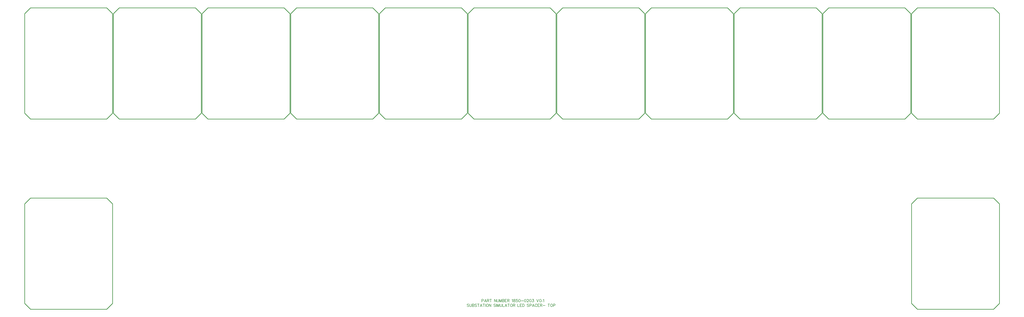
<source format=gto>
G04 Layer: TopSilkscreenLayer*
G04 EasyEDA v6.5.34, 2023-08-21 18:11:39*
G04 b7a531e6b72d43589cadbd4e20ea0607,5a6b42c53f6a479593ecc07194224c93,10*
G04 Gerber Generator version 0.2*
G04 Scale: 100 percent, Rotated: No, Reflected: No *
G04 Dimensions in millimeters *
G04 leading zeros omitted , absolute positions ,4 integer and 5 decimal *
%FSLAX45Y45*%
%MOMM*%

%ADD10C,0.2032*%
%ADD11C,0.2540*%

%LPD*%
D10*
X21374354Y244347D02*
G01*
X21363431Y255270D01*
X21346922Y260857D01*
X21325077Y260857D01*
X21308822Y255270D01*
X21297900Y244347D01*
X21297900Y233426D01*
X21303234Y222504D01*
X21308822Y217170D01*
X21319743Y211581D01*
X21352509Y200913D01*
X21363431Y195326D01*
X21368766Y189992D01*
X21374354Y179070D01*
X21374354Y162560D01*
X21363431Y151637D01*
X21346922Y146304D01*
X21325077Y146304D01*
X21308822Y151637D01*
X21297900Y162560D01*
X21410168Y260857D02*
G01*
X21410168Y179070D01*
X21415756Y162560D01*
X21426677Y151637D01*
X21442934Y146304D01*
X21453856Y146304D01*
X21470366Y151637D01*
X21481288Y162560D01*
X21486622Y179070D01*
X21486622Y260857D01*
X21522690Y260857D02*
G01*
X21522690Y146304D01*
X21522690Y260857D02*
G01*
X21571711Y260857D01*
X21587968Y255270D01*
X21593556Y249936D01*
X21598890Y239013D01*
X21598890Y228092D01*
X21593556Y217170D01*
X21587968Y211581D01*
X21571711Y206247D01*
X21522690Y206247D02*
G01*
X21571711Y206247D01*
X21587968Y200913D01*
X21593556Y195326D01*
X21598890Y184404D01*
X21598890Y168147D01*
X21593556Y157226D01*
X21587968Y151637D01*
X21571711Y146304D01*
X21522690Y146304D01*
X21711411Y244347D02*
G01*
X21700490Y255270D01*
X21683979Y260857D01*
X21662136Y260857D01*
X21645879Y255270D01*
X21634958Y244347D01*
X21634958Y233426D01*
X21640545Y222504D01*
X21645879Y217170D01*
X21656802Y211581D01*
X21689568Y200913D01*
X21700490Y195326D01*
X21705824Y189992D01*
X21711411Y179070D01*
X21711411Y162560D01*
X21700490Y151637D01*
X21683979Y146304D01*
X21662136Y146304D01*
X21645879Y151637D01*
X21634958Y162560D01*
X21785579Y260857D02*
G01*
X21785579Y146304D01*
X21747479Y260857D02*
G01*
X21823679Y260857D01*
X21903436Y260857D02*
G01*
X21859748Y146304D01*
X21903436Y260857D02*
G01*
X21946870Y146304D01*
X21876004Y184404D02*
G01*
X21930613Y184404D01*
X22021291Y260857D02*
G01*
X22021291Y146304D01*
X21982938Y260857D02*
G01*
X22059391Y260857D01*
X22095459Y260857D02*
G01*
X22095459Y146304D01*
X22164040Y260857D02*
G01*
X22153118Y255270D01*
X22142195Y244347D01*
X22136861Y233426D01*
X22131274Y217170D01*
X22131274Y189992D01*
X22136861Y173481D01*
X22142195Y162560D01*
X22153118Y151637D01*
X22164040Y146304D01*
X22185884Y146304D01*
X22196806Y151637D01*
X22207727Y162560D01*
X22213061Y173481D01*
X22218650Y189992D01*
X22218650Y217170D01*
X22213061Y233426D01*
X22207727Y244347D01*
X22196806Y255270D01*
X22185884Y260857D01*
X22164040Y260857D01*
X22254718Y260857D02*
G01*
X22254718Y146304D01*
X22254718Y260857D02*
G01*
X22330918Y146304D01*
X22330918Y260857D02*
G01*
X22330918Y146304D01*
X22527259Y244347D02*
G01*
X22516338Y255270D01*
X22500081Y260857D01*
X22478238Y260857D01*
X22461981Y255270D01*
X22451059Y244347D01*
X22451059Y233426D01*
X22456393Y222504D01*
X22461981Y217170D01*
X22472904Y211581D01*
X22505416Y200913D01*
X22516338Y195326D01*
X22521925Y189992D01*
X22527259Y179070D01*
X22527259Y162560D01*
X22516338Y151637D01*
X22500081Y146304D01*
X22478238Y146304D01*
X22461981Y151637D01*
X22451059Y162560D01*
X22563327Y260857D02*
G01*
X22563327Y146304D01*
X22599395Y260857D02*
G01*
X22599395Y146304D01*
X22599395Y260857D02*
G01*
X22643084Y146304D01*
X22686518Y260857D02*
G01*
X22643084Y146304D01*
X22686518Y260857D02*
G01*
X22686518Y146304D01*
X22722586Y260857D02*
G01*
X22722586Y179070D01*
X22728174Y162560D01*
X22739095Y151637D01*
X22755352Y146304D01*
X22766274Y146304D01*
X22782529Y151637D01*
X22793452Y162560D01*
X22799040Y179070D01*
X22799040Y260857D01*
X22835108Y260857D02*
G01*
X22835108Y146304D01*
X22835108Y146304D02*
G01*
X22900386Y146304D01*
X22980141Y260857D02*
G01*
X22936454Y146304D01*
X22980141Y260857D02*
G01*
X23023829Y146304D01*
X22952709Y184404D02*
G01*
X23007320Y184404D01*
X23097998Y260857D02*
G01*
X23097998Y146304D01*
X23059643Y260857D02*
G01*
X23136098Y260857D01*
X23204931Y260857D02*
G01*
X23194009Y255270D01*
X23183088Y244347D01*
X23177500Y233426D01*
X23172166Y217170D01*
X23172166Y189992D01*
X23177500Y173481D01*
X23183088Y162560D01*
X23194009Y151637D01*
X23204931Y146304D01*
X23226522Y146304D01*
X23237443Y151637D01*
X23248366Y162560D01*
X23253954Y173481D01*
X23259288Y189992D01*
X23259288Y217170D01*
X23253954Y233426D01*
X23248366Y244347D01*
X23237443Y255270D01*
X23226522Y260857D01*
X23204931Y260857D01*
X23295356Y260857D02*
G01*
X23295356Y146304D01*
X23295356Y260857D02*
G01*
X23344377Y260857D01*
X23360888Y255270D01*
X23366222Y249936D01*
X23371809Y239013D01*
X23371809Y228092D01*
X23366222Y217170D01*
X23360888Y211581D01*
X23344377Y206247D01*
X23295356Y206247D01*
X23333456Y206247D02*
G01*
X23371809Y146304D01*
X23491698Y260857D02*
G01*
X23491698Y146304D01*
X23491698Y146304D02*
G01*
X23557229Y146304D01*
X23593043Y260857D02*
G01*
X23593043Y146304D01*
X23593043Y260857D02*
G01*
X23664163Y260857D01*
X23593043Y206247D02*
G01*
X23636731Y206247D01*
X23593043Y146304D02*
G01*
X23664163Y146304D01*
X23699977Y260857D02*
G01*
X23699977Y146304D01*
X23699977Y260857D02*
G01*
X23738331Y260857D01*
X23754588Y255270D01*
X23765509Y244347D01*
X23771098Y233426D01*
X23776431Y217170D01*
X23776431Y189992D01*
X23771098Y173481D01*
X23765509Y162560D01*
X23754588Y151637D01*
X23738331Y146304D01*
X23699977Y146304D01*
X23972774Y244347D02*
G01*
X23961852Y255270D01*
X23945595Y260857D01*
X23923752Y260857D01*
X23907241Y255270D01*
X23896320Y244347D01*
X23896320Y233426D01*
X23901908Y222504D01*
X23907241Y217170D01*
X23918163Y211581D01*
X23950929Y200913D01*
X23961852Y195326D01*
X23967440Y189992D01*
X23972774Y179070D01*
X23972774Y162560D01*
X23961852Y151637D01*
X23945595Y146304D01*
X23923752Y146304D01*
X23907241Y151637D01*
X23896320Y162560D01*
X24008841Y260857D02*
G01*
X24008841Y146304D01*
X24008841Y260857D02*
G01*
X24057863Y260857D01*
X24074374Y255270D01*
X24079708Y249936D01*
X24085041Y239013D01*
X24085041Y222504D01*
X24079708Y211581D01*
X24074374Y206247D01*
X24057863Y200913D01*
X24008841Y200913D01*
X24164798Y260857D02*
G01*
X24121109Y146304D01*
X24164798Y260857D02*
G01*
X24208486Y146304D01*
X24137620Y184404D02*
G01*
X24191975Y184404D01*
X24326341Y233426D02*
G01*
X24320754Y244347D01*
X24309831Y255270D01*
X24298909Y260857D01*
X24277066Y260857D01*
X24266143Y255270D01*
X24255222Y244347D01*
X24249888Y233426D01*
X24244554Y217170D01*
X24244554Y189992D01*
X24249888Y173481D01*
X24255222Y162560D01*
X24266143Y151637D01*
X24277066Y146304D01*
X24298909Y146304D01*
X24309831Y151637D01*
X24320754Y162560D01*
X24326341Y173481D01*
X24362156Y260857D02*
G01*
X24362156Y146304D01*
X24362156Y260857D02*
G01*
X24433275Y260857D01*
X24362156Y206247D02*
G01*
X24405843Y206247D01*
X24362156Y146304D02*
G01*
X24433275Y146304D01*
X24469090Y260857D02*
G01*
X24469090Y146304D01*
X24469090Y260857D02*
G01*
X24518366Y260857D01*
X24534622Y255270D01*
X24539956Y249936D01*
X24545543Y239013D01*
X24545543Y228092D01*
X24539956Y217170D01*
X24534622Y211581D01*
X24518366Y206247D01*
X24469090Y206247D01*
X24507443Y206247D02*
G01*
X24545543Y146304D01*
X24581611Y195326D02*
G01*
X24679656Y195326D01*
X24837898Y260857D02*
G01*
X24837898Y146304D01*
X24799798Y260857D02*
G01*
X24875998Y260857D01*
X24944831Y260857D02*
G01*
X24933909Y255270D01*
X24922988Y244347D01*
X24917654Y233426D01*
X24912066Y217170D01*
X24912066Y189992D01*
X24917654Y173481D01*
X24922988Y162560D01*
X24933909Y151637D01*
X24944831Y146304D01*
X24966675Y146304D01*
X24977598Y151637D01*
X24988520Y162560D01*
X24993854Y173481D01*
X24999441Y189992D01*
X24999441Y217170D01*
X24993854Y233426D01*
X24988520Y244347D01*
X24977598Y255270D01*
X24966675Y260857D01*
X24944831Y260857D01*
X25035256Y260857D02*
G01*
X25035256Y146304D01*
X25035256Y260857D02*
G01*
X25084531Y260857D01*
X25100788Y255270D01*
X25106375Y249936D01*
X25111709Y239013D01*
X25111709Y222504D01*
X25106375Y211581D01*
X25100788Y206247D01*
X25084531Y200913D01*
X25035256Y200913D01*
X21932900Y464057D02*
G01*
X21932900Y349504D01*
X21932900Y464057D02*
G01*
X21981922Y464057D01*
X21998431Y458470D01*
X22003766Y453136D01*
X22009354Y442213D01*
X22009354Y425704D01*
X22003766Y414781D01*
X21998431Y409447D01*
X21981922Y404113D01*
X21932900Y404113D01*
X22088856Y464057D02*
G01*
X22045168Y349504D01*
X22088856Y464057D02*
G01*
X22132543Y349504D01*
X22061677Y387604D02*
G01*
X22116288Y387604D01*
X22168611Y464057D02*
G01*
X22168611Y349504D01*
X22168611Y464057D02*
G01*
X22217634Y464057D01*
X22233890Y458470D01*
X22239477Y453136D01*
X22244811Y442213D01*
X22244811Y431292D01*
X22239477Y420370D01*
X22233890Y414781D01*
X22217634Y409447D01*
X22168611Y409447D01*
X22206711Y409447D02*
G01*
X22244811Y349504D01*
X22318979Y464057D02*
G01*
X22318979Y349504D01*
X22280879Y464057D02*
G01*
X22357334Y464057D01*
X22477222Y464057D02*
G01*
X22477222Y349504D01*
X22477222Y464057D02*
G01*
X22553675Y349504D01*
X22553675Y464057D02*
G01*
X22553675Y349504D01*
X22589743Y464057D02*
G01*
X22589743Y382270D01*
X22595077Y365760D01*
X22606000Y354837D01*
X22622256Y349504D01*
X22633177Y349504D01*
X22649688Y354837D01*
X22660609Y365760D01*
X22665943Y382270D01*
X22665943Y464057D01*
X22702011Y464057D02*
G01*
X22702011Y349504D01*
X22702011Y464057D02*
G01*
X22745700Y349504D01*
X22789388Y464057D02*
G01*
X22745700Y349504D01*
X22789388Y464057D02*
G01*
X22789388Y349504D01*
X22825202Y464057D02*
G01*
X22825202Y349504D01*
X22825202Y464057D02*
G01*
X22874477Y464057D01*
X22890734Y458470D01*
X22896068Y453136D01*
X22901656Y442213D01*
X22901656Y431292D01*
X22896068Y420370D01*
X22890734Y414781D01*
X22874477Y409447D01*
X22825202Y409447D02*
G01*
X22874477Y409447D01*
X22890734Y404113D01*
X22896068Y398526D01*
X22901656Y387604D01*
X22901656Y371347D01*
X22896068Y360426D01*
X22890734Y354837D01*
X22874477Y349504D01*
X22825202Y349504D01*
X22937724Y464057D02*
G01*
X22937724Y349504D01*
X22937724Y464057D02*
G01*
X23008590Y464057D01*
X22937724Y409447D02*
G01*
X22981158Y409447D01*
X22937724Y349504D02*
G01*
X23008590Y349504D01*
X23044658Y464057D02*
G01*
X23044658Y349504D01*
X23044658Y464057D02*
G01*
X23093679Y464057D01*
X23109936Y458470D01*
X23115524Y453136D01*
X23120858Y442213D01*
X23120858Y431292D01*
X23115524Y420370D01*
X23109936Y414781D01*
X23093679Y409447D01*
X23044658Y409447D01*
X23082758Y409447D02*
G01*
X23120858Y349504D01*
X23241000Y442213D02*
G01*
X23251922Y447547D01*
X23268177Y464057D01*
X23268177Y349504D01*
X23331424Y464057D02*
G01*
X23315168Y458470D01*
X23309579Y447547D01*
X23309579Y436626D01*
X23315168Y425704D01*
X23326090Y420370D01*
X23347679Y414781D01*
X23364190Y409447D01*
X23375111Y398526D01*
X23380445Y387604D01*
X23380445Y371347D01*
X23375111Y360426D01*
X23369524Y354837D01*
X23353268Y349504D01*
X23331424Y349504D01*
X23315168Y354837D01*
X23309579Y360426D01*
X23304245Y371347D01*
X23304245Y387604D01*
X23309579Y398526D01*
X23320502Y409447D01*
X23337011Y414781D01*
X23358602Y420370D01*
X23369524Y425704D01*
X23375111Y436626D01*
X23375111Y447547D01*
X23369524Y458470D01*
X23353268Y464057D01*
X23331424Y464057D01*
X23482045Y464057D02*
G01*
X23427436Y464057D01*
X23422102Y414781D01*
X23427436Y420370D01*
X23443691Y425704D01*
X23460202Y425704D01*
X23476458Y420370D01*
X23487379Y409447D01*
X23492968Y393192D01*
X23492968Y382270D01*
X23487379Y365760D01*
X23476458Y354837D01*
X23460202Y349504D01*
X23443691Y349504D01*
X23427436Y354837D01*
X23422102Y360426D01*
X23416513Y371347D01*
X23561548Y464057D02*
G01*
X23545291Y458470D01*
X23534370Y442213D01*
X23528781Y414781D01*
X23528781Y398526D01*
X23534370Y371347D01*
X23545291Y354837D01*
X23561548Y349504D01*
X23572470Y349504D01*
X23588979Y354837D01*
X23599902Y371347D01*
X23605236Y398526D01*
X23605236Y414781D01*
X23599902Y442213D01*
X23588979Y458470D01*
X23572470Y464057D01*
X23561548Y464057D01*
X23641304Y398526D02*
G01*
X23739348Y398526D01*
X23808181Y464057D02*
G01*
X23791925Y458470D01*
X23781004Y442213D01*
X23775416Y414781D01*
X23775416Y398526D01*
X23781004Y371347D01*
X23791925Y354837D01*
X23808181Y349504D01*
X23819104Y349504D01*
X23835359Y354837D01*
X23846281Y371347D01*
X23851870Y398526D01*
X23851870Y414781D01*
X23846281Y442213D01*
X23835359Y458470D01*
X23819104Y464057D01*
X23808181Y464057D01*
X23893272Y436626D02*
G01*
X23893272Y442213D01*
X23898606Y453136D01*
X23904193Y458470D01*
X23915116Y464057D01*
X23936959Y464057D01*
X23947881Y458470D01*
X23953216Y453136D01*
X23958804Y442213D01*
X23958804Y431292D01*
X23953216Y420370D01*
X23942293Y404113D01*
X23887684Y349504D01*
X23964138Y349504D01*
X24032972Y464057D02*
G01*
X24016461Y458470D01*
X24005540Y442213D01*
X24000206Y414781D01*
X24000206Y398526D01*
X24005540Y371347D01*
X24016461Y354837D01*
X24032972Y349504D01*
X24043893Y349504D01*
X24060150Y354837D01*
X24071072Y371347D01*
X24076406Y398526D01*
X24076406Y414781D01*
X24071072Y442213D01*
X24060150Y458470D01*
X24043893Y464057D01*
X24032972Y464057D01*
X24123395Y464057D02*
G01*
X24183340Y464057D01*
X24150827Y420370D01*
X24167084Y420370D01*
X24178006Y414781D01*
X24183340Y409447D01*
X24188927Y393192D01*
X24188927Y382270D01*
X24183340Y365760D01*
X24172418Y354837D01*
X24156161Y349504D01*
X24139906Y349504D01*
X24123395Y354837D01*
X24118061Y360426D01*
X24112474Y371347D01*
X24308816Y464057D02*
G01*
X24352504Y349504D01*
X24396191Y464057D02*
G01*
X24352504Y349504D01*
X24464772Y464057D02*
G01*
X24448516Y458470D01*
X24437593Y442213D01*
X24432259Y414781D01*
X24432259Y398526D01*
X24437593Y371347D01*
X24448516Y354837D01*
X24464772Y349504D01*
X24475693Y349504D01*
X24492204Y354837D01*
X24503125Y371347D01*
X24508459Y398526D01*
X24508459Y414781D01*
X24503125Y442213D01*
X24492204Y458470D01*
X24475693Y464057D01*
X24464772Y464057D01*
X24549861Y376681D02*
G01*
X24544527Y371347D01*
X24549861Y365760D01*
X24555450Y371347D01*
X24549861Y376681D01*
X24591518Y442213D02*
G01*
X24602440Y447547D01*
X24618695Y464057D01*
X24618695Y349504D01*
D11*
X17747995Y13115315D02*
G01*
X21049995Y13115315D01*
X21303995Y12861315D01*
X21303995Y8543315D01*
X21049995Y8289315D01*
X17747995Y8289312D01*
X17493995Y8543312D01*
X17493995Y12861315D01*
X17747995Y13115315D01*
X2375204Y13115315D02*
G01*
X5677204Y13115315D01*
X5931204Y12861315D01*
X5931204Y8543315D01*
X5677204Y8289315D01*
X2375204Y8289312D01*
X2121204Y8543312D01*
X2121204Y12861315D01*
X2375204Y13115315D01*
X40806903Y4864100D02*
G01*
X44108903Y4864100D01*
X44362903Y4610100D01*
X44362903Y292100D01*
X44108903Y38100D01*
X40806903Y38097D01*
X40552903Y292097D01*
X40552903Y4610100D01*
X40806903Y4864100D01*
X2374900Y4864100D02*
G01*
X5676900Y4864100D01*
X5930900Y4610100D01*
X5930900Y292100D01*
X5676900Y38100D01*
X2374900Y38097D01*
X2120900Y292097D01*
X2120900Y4610100D01*
X2374900Y4864100D01*
X40807208Y13115315D02*
G01*
X44109208Y13115315D01*
X44363208Y12861315D01*
X44363208Y8543315D01*
X44109208Y8289315D01*
X40807208Y8289312D01*
X40553208Y8543312D01*
X40553208Y12861315D01*
X40807208Y13115315D01*
X36964010Y13115315D02*
G01*
X40266010Y13115315D01*
X40520010Y12861315D01*
X40520010Y8543315D01*
X40266010Y8289315D01*
X36964010Y8289312D01*
X36710010Y8543312D01*
X36710010Y12861315D01*
X36964010Y13115315D01*
X33120812Y13115315D02*
G01*
X36422812Y13115315D01*
X36676812Y12861315D01*
X36676812Y8543315D01*
X36422812Y8289315D01*
X33120812Y8289312D01*
X32866812Y8543312D01*
X32866812Y12861315D01*
X33120812Y13115315D01*
X29277614Y13115315D02*
G01*
X32579614Y13115315D01*
X32833614Y12861315D01*
X32833614Y8543315D01*
X32579614Y8289315D01*
X29277614Y8289312D01*
X29023614Y8543312D01*
X29023614Y12861315D01*
X29277614Y13115315D01*
X25434416Y13115315D02*
G01*
X28736416Y13115315D01*
X28990416Y12861315D01*
X28990416Y8543315D01*
X28736416Y8289315D01*
X25434416Y8289312D01*
X25180416Y8543312D01*
X25180416Y12861315D01*
X25434416Y13115315D01*
X21591219Y13115315D02*
G01*
X24893219Y13115315D01*
X25147219Y12861315D01*
X25147219Y8543315D01*
X24893219Y8289315D01*
X21591219Y8289312D01*
X21337219Y8543312D01*
X21337219Y12861315D01*
X21591219Y13115315D01*
X13904798Y13115315D02*
G01*
X17206798Y13115315D01*
X17460798Y12861315D01*
X17460798Y8543315D01*
X17206798Y8289315D01*
X13904798Y8289312D01*
X13650798Y8543312D01*
X13650798Y12861315D01*
X13904798Y13115315D01*
X10061600Y13115315D02*
G01*
X13363600Y13115315D01*
X13617600Y12861315D01*
X13617600Y8543315D01*
X13363600Y8289315D01*
X10061600Y8289312D01*
X9807600Y8543312D01*
X9807600Y12861315D01*
X10061600Y13115315D01*
X6218402Y13115315D02*
G01*
X9520402Y13115315D01*
X9774402Y12861315D01*
X9774402Y8543315D01*
X9520402Y8289315D01*
X6218402Y8289312D01*
X5964402Y8543312D01*
X5964402Y12861315D01*
X6218402Y13115315D01*
M02*

</source>
